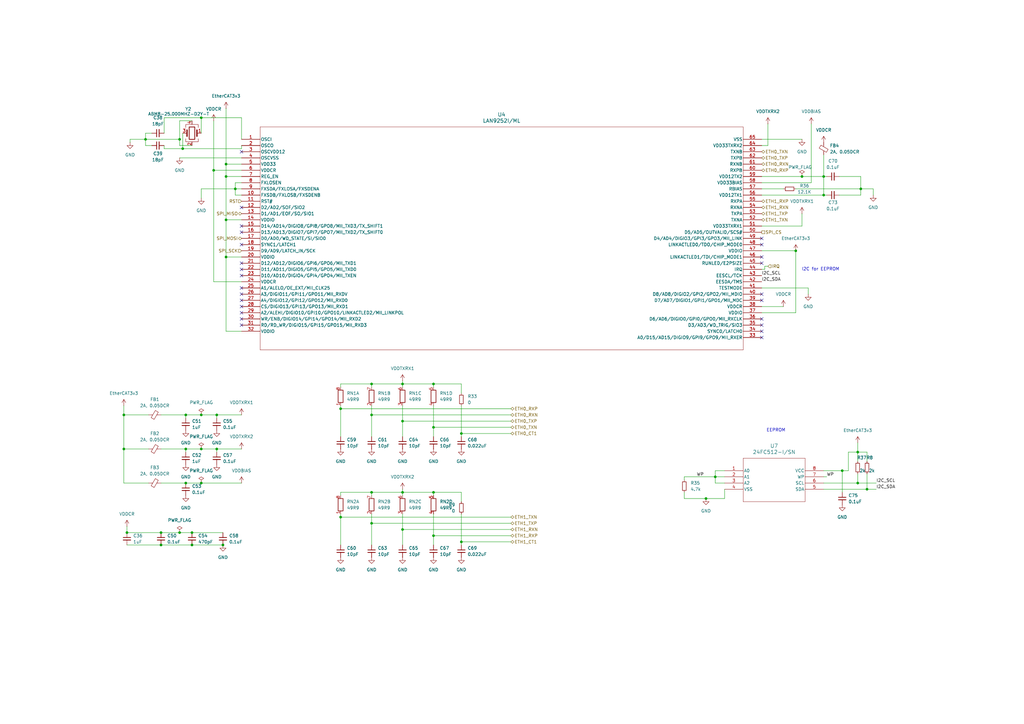
<source format=kicad_sch>
(kicad_sch (version 20231120) (generator "eeschema") (generator_version "8.0")
  (paper "A3")
  (lib_symbols
    (symbol "2024-07-01_21-03-15:LAN9252I_ML" (pin_names (offset 0.254))
      (property "Reference" "U7" (at 106.68 10.16 0))
      (property "Value" "LAN9252I/ML" (at 106.68 7.62 0))
      (symbol "LAN9252I_ML_0_1"
        (pin input line (at 0 0 0) (length 7.62) (name "OSCI") (number "1"))
        (pin input line (at 0 -22.86 0) (length 7.62) (name "FXSDB/FXLOSB/FXSDENB") (number "10"))
        (pin bidirectional line (at 0 -25.4 0) (length 7.62) (name "RST#") (number "11"))
        (pin bidirectional line (at 0 -27.94 0) (length 7.62) (name "D2/AD2/SOF/SIO2") (number "12"))
        (pin bidirectional line (at 0 -30.48 0) (length 7.62) (name "D1/AD1/EOF/SO/SIO1") (number "13"))
        (pin power_in line (at 0 -33.02 0) (length 7.62) (name "VDDIO") (number "14"))
        (pin bidirectional line (at 0 -35.56 0) (length 7.62) (name "D14/AD14/DIGIO8/GPI8/GPO8/MII_TXD3/TX_SHIFT1") (number "15"))
        (pin bidirectional line (at 0 -38.1 0) (length 7.62) (name "D13/AD13/DIGIO7/GPI7/GPO7/MII_TXD2/TX_SHIFT0") (number "16"))
        (pin bidirectional line (at 0 -40.64 0) (length 7.62) (name "D0/AD0/WD_STATE/SI/SIO0") (number "17"))
        (pin bidirectional line (at 0 -43.18 0) (length 7.62) (name "SYNC1/LATCH1") (number "18"))
        (pin bidirectional line (at 0 -45.72 0) (length 7.62) (name "D9/AD9/LATCH_IN/SCK") (number "19"))
        (pin output line (at 0 -2.54 0) (length 7.62) (name "OSCO") (number "2"))
        (pin power_in line (at 0 -48.26 0) (length 7.62) (name "VDDIO") (number "20"))
        (pin bidirectional line (at 0 -50.8 0) (length 7.62) (name "D12/AD12/DIGIO6/GPI6/GPO6/MII_TXD1") (number "21"))
        (pin bidirectional line (at 0 -53.34 0) (length 7.62) (name "D11/AD11/DIGIO5/GPI5/GPO5/MII_TXD0") (number "22"))
        (pin bidirectional line (at 0 -55.88 0) (length 7.62) (name "D10/AD10/DIGIO4/GPI4/GPO4/MII_TXEN") (number "23"))
        (pin power_in line (at 0 -58.42 0) (length 7.62) (name "VDDCR") (number "24"))
        (pin bidirectional line (at 0 -60.96 0) (length 7.62) (name "A1/ALELO/OE_EXT/MII_CLK25") (number "25"))
        (pin bidirectional line (at 0 -63.5 0) (length 7.62) (name "A3/DIGIO11/GPI11/GPO11/MII_RXDV") (number "26"))
        (pin bidirectional line (at 0 -66.04 0) (length 7.62) (name "A4/DIGIO12/GPI12/GPO12/MII_RXD0") (number "27"))
        (pin bidirectional line (at 0 -68.58 0) (length 7.62) (name "CS/DIGIO13/GPI13/GPO13/MII_RXD1") (number "28"))
        (pin bidirectional line (at 0 -71.12 0) (length 7.62) (name "A2/ALEHI/DIGIO10/GPI10/GPO10/LINKACTLED2/MII_LINKPOL") (number "29"))
        (pin power_in line (at 0 -5.08 0) (length 7.62) (name "OSCVDD12") (number "3"))
        (pin bidirectional line (at 0 -73.66 0) (length 7.62) (name "WR/ENB/DIGIO14/GPI14/GPO14/MII_RXD2") (number "30"))
        (pin bidirectional line (at 0 -76.2 0) (length 7.62) (name "RD/RD_WR/DIGIO15/GPI15/GPO15/MII_RXD3") (number "31"))
        (pin power_in line (at 0 -78.74 0) (length 7.62) (name "VDDIO") (number "32"))
        (pin bidirectional line (at 213.36 -81.28 180) (length 7.62) (name "A0/D15/AD15/DIGIO9/GPI9/GPO9/MII_RXER") (number "33"))
        (pin bidirectional line (at 213.36 -78.74 180) (length 7.62) (name "SYNC0/LATCH0") (number "34"))
        (pin bidirectional line (at 213.36 -76.2 180) (length 7.62) (name "D3/AD3/WD_TRIG/SIO3") (number "35"))
        (pin bidirectional line (at 213.36 -73.66 180) (length 7.62) (name "D6/AD6/DIGIO0/GPI0/GPO0/MII_RXCLK") (number "36"))
        (pin power_in line (at 213.36 -71.12 180) (length 7.62) (name "VDDIO") (number "37"))
        (pin power_in line (at 213.36 -68.58 180) (length 7.62) (name "VDDCR") (number "38"))
        (pin bidirectional line (at 213.36 -66.04 180) (length 7.62) (name "D7/AD7/DIGIO1/GPI1/GPO1/MII_MDC") (number "39"))
        (pin bidirectional line (at 213.36 -63.5 180) (length 7.62) (name "D8/AD8/DIGIO2/GPI2/GPO2/MII_MDIO") (number "40"))
        (pin input line (at 213.36 -60.96 180) (length 7.62) (name "TESTMODE") (number "41"))
        (pin bidirectional line (at 213.36 -58.42 180) (length 7.62) (name "EESDA/TMS") (number "42"))
        (pin bidirectional line (at 213.36 -55.88 180) (length 7.62) (name "EESCL/TCK") (number "43"))
        (pin output line (at 213.36 -53.34 180) (length 7.62) (name "IRQ") (number "44"))
        (pin bidirectional line (at 213.36 -50.8 180) (length 7.62) (name "RUNLED/E2PSIZE") (number "45"))
        (pin bidirectional line (at 213.36 -48.26 180) (length 7.62) (name "LINKACTLED1/TDI/CHIP_MODE1") (number "46"))
        (pin power_in line (at 213.36 -45.72 180) (length 7.62) (name "VDDIO") (number "47"))
        (pin bidirectional line (at 213.36 -43.18 180) (length 7.62) (name "LINKACTLED0/TDO/CHIP_MODE0") (number "48"))
        (pin bidirectional line (at 213.36 -40.64 180) (length 7.62) (name "D4/AD4/DIGIO3/GPI3/GPO3/MII_LINK") (number "49"))
        (pin power_in line (at 0 -10.16 0) (length 7.62) (name "VDD33") (number "5"))
        (pin bidirectional line (at 213.36 -38.1 180) (length 7.62) (name "D5/AD5/OUTVALID/SCS#") (number "50"))
        (pin power_in line (at 213.36 -35.56 180) (length 7.62) (name "VDD33TXRX1") (number "51"))
        (pin power_in line (at 213.36 -22.86 180) (length 7.62) (name "VDD12TX1") (number "56"))
        (pin power_in line (at 213.36 -17.78 180) (length 7.62) (name "VDD33BIAS") (number "58"))
        (pin power_in line (at 213.36 -15.24 180) (length 7.62) (name "VDD12TX2") (number "59"))
        (pin power_in line (at 0 -12.7 0) (length 7.62) (name "VDDCR") (number "6"))
        (pin power_in line (at 213.36 -2.54 180) (length 7.62) (name "VDD33TXRX2") (number "64"))
        (pin input line (at 0 -20.32 0) (length 7.62) (name "FXSDA/FXLOSA/FXSDENA") (number "9"))
      )
      (symbol "LAN9252I_ML_1_1"
        (pin passive line (at 0 -7.62 0) (length 7.62) (name "OSCVSS") (number "4"))
        (pin bidirectional line (at 213.36 -33.02 180) (length 7.62) (name "TXNA") (number "52"))
        (pin bidirectional line (at 213.36 -30.48 180) (length 7.62) (name "TXPA") (number "53"))
        (pin bidirectional line (at 213.36 -27.94 180) (length 7.62) (name "RXNA") (number "54"))
        (pin bidirectional line (at 213.36 -25.4 180) (length 7.62) (name "RXPA") (number "55"))
        (pin passive line (at 213.36 -20.32 180) (length 7.62) (name "RBIAS") (number "57"))
        (pin bidirectional line (at 213.36 -12.7 180) (length 7.62) (name "RXPB") (number "60"))
        (pin bidirectional line (at 213.36 -10.16 180) (length 7.62) (name "RXNB") (number "61"))
        (pin bidirectional line (at 213.36 -7.62 180) (length 7.62) (name "TXPB") (number "62"))
        (pin bidirectional line (at 213.36 -5.08 180) (length 7.62) (name "TXNB") (number "63"))
        (pin passive line (at 213.36 0 180) (length 7.62) (name "VSS") (number "65"))
        (pin passive line (at 0 -15.24 0) (length 7.62) (name "REG_EN") (number "7"))
        (pin passive line (at 0 -17.78 0) (length 7.62) (name "FXLOSEN") (number "8"))
      )
    )
    (symbol "2024-07-03_18-39-37:24FC512-I_SN" (pin_names (offset 0.254))
      (property "Reference" "U" (at 20.32 10.16 0))
      (property "Value" "24FC512-I/SN" (at 20.32 7.62 0))
      (symbol "24FC512-I_SN_0_1"
        (pin input line (at 0 0 0) (length 7.62) (name "A0") (number "1"))
        (pin input line (at 0 -2.54 0) (length 7.62) (name "A1") (number "2"))
        (pin input line (at 0 -5.08 0) (length 7.62) (name "A2") (number "3"))
        (pin power_in line (at 0 -7.62 0) (length 7.62) (name "VSS") (number "4"))
        (pin bidirectional line (at 40.64 -7.62 180) (length 7.62) (name "SDA") (number "5"))
        (pin input line (at 40.64 -5.08 180) (length 7.62) (name "SCL") (number "6"))
        (pin input line (at 40.64 -2.54 180) (length 7.62) (name "WP") (number "7"))
        (pin power_in line (at 40.64 0 180) (length 7.62) (name "VCC") (number "8"))
      )
    )
    (symbol "Device:C_Small" (pin_numbers hide) (pin_names (offset 0.254) hide)
      (property "Reference" "C" (at 0.254 1.778 0))
      (property "Value" "C_Small" (at 0.254 -2.032 0))
      (symbol "C_Small_1_1"
        (pin passive line (at 0 2.54 270) (length 2.032) (name "~") (number "1"))
        (pin passive line (at 0 -2.54 90) (length 2.032) (name "~") (number "2"))
      )
    )
    (symbol "Device:Crystal_GND24" (pin_names (offset 1.016) hide)
      (property "Reference" "Y" (at 3.175 5.08 0))
      (property "Value" "Crystal_GND24" (at 3.175 3.175 0))
      (symbol "Crystal_GND24_1_1"
        (pin passive line (at -3.81 0 0) (length 1.27) (name "1") (number "1"))
        (pin passive line (at 0 5.08 270) (length 1.27) (name "2") (number "2"))
        (pin passive line (at 3.81 0 180) (length 1.27) (name "3") (number "3"))
        (pin passive line (at 0 -5.08 90) (length 1.27) (name "4") (number "4"))
      )
    )
    (symbol "Device:FerriteBead_Small" (pin_numbers hide) (pin_names (offset 0))
      (property "Reference" "FB" (at 1.905 1.27 0))
      (property "Value" "FerriteBead_Small" (at 1.905 -1.27 0))
      (symbol "FerriteBead_Small_1_1"
        (pin passive line (at 0 2.54 270) (length 1.27) (name "~") (number "1"))
        (pin passive line (at 0 -2.54 90) (length 1.27) (name "~") (number "2"))
      )
    )
    (symbol "Device:R_Pack04_Split" (pin_names (offset 0) hide)
      (property "Reference" "RN" (at 2.032 0 90))
      (property "Value" "R_Pack04_Split" (at 0 0 90))
      (symbol "R_Pack04_Split_1_1"
        (pin passive line (at 0 -3.81 90) (length 1.27) (name "R1.1") (number "1"))
        (pin passive line (at 0 3.81 270) (length 1.27) (name "R1.2") (number "8"))
      )
      (symbol "R_Pack04_Split_2_1"
        (pin passive line (at 0 -3.81 90) (length 1.27) (name "R2.1") (number "2"))
        (pin passive line (at 0 3.81 270) (length 1.27) (name "R2.2") (number "7"))
      )
      (symbol "R_Pack04_Split_3_1"
        (pin passive line (at 0 -3.81 90) (length 1.27) (name "R3.1") (number "3"))
        (pin passive line (at 0 3.81 270) (length 1.27) (name "R3.2") (number "6"))
      )
      (symbol "R_Pack04_Split_4_1"
        (pin passive line (at 0 -3.81 90) (length 1.27) (name "R4.1") (number "4"))
        (pin passive line (at 0 3.81 270) (length 1.27) (name "R4.2") (number "5"))
      )
    )
    (symbol "Device:R_Small" (pin_numbers hide) (pin_names (offset 0.254) hide)
      (property "Reference" "R" (at 0.762 0.508 0))
      (property "Value" "R_Small" (at 0.762 -1.016 0))
      (symbol "R_Small_1_1"
        (pin passive line (at 0 2.54 270) (length 0.762) (name "~") (number "1"))
        (pin passive line (at 0 -2.54 90) (length 0.762) (name "~") (number "2"))
      )
    )
    (symbol "power:+3.3V" (power) (pin_numbers hide) (pin_names (offset 0) hide)
      (property "Value" "+3.3V" (at 0 3.556 0))
      (symbol "+3.3V_1_1"
        (pin power_in line (at 0 0 90) (length 0) (name "~") (number "1"))
      )
    )
    (symbol "power:GND" (power) (pin_numbers hide) (pin_names (offset 0) hide)
      (property "Value" "GND" (at 0 -3.81 0))
      (symbol "GND_1_1"
        (pin power_in line (at 0 0 270) (length 0) (name "~") (number "1"))
      )
    )
    (symbol "power:PWR_FLAG" (power) (pin_numbers hide) (pin_names (offset 0) hide)
      (property "Value" "PWR_FLAG" (at 0 3.81 0))
      (symbol "PWR_FLAG_0_0"
        (pin power_out line (at 0 0 90) (length 0) (name "~") (number "1"))
      )
    )
  )
  (junction (at 52.07 218.44))
  (junction (at 92.71 105.41))
  (junction (at 152.4 214.63))
  (junction (at 76.2 170.18))
  (junction (at 165.1 157.48))
  (junction (at 177.8 219.71))
  (junction (at 82.55 170.18))
  (junction (at 82.55 184.15))
  (junction (at 82.55 48.26))
  (junction (at 177.8 157.48))
  (junction (at 92.71 72.39))
  (junction (at 351.79 198.12))
  (junction (at 88.9 184.15))
  (junction (at 92.71 90.17))
  (junction (at 328.93 72.39))
  (junction (at 353.06 77.47))
  (junction (at 66.04 223.52))
  (junction (at 337.82 80.01))
  (junction (at 355.6 200.66))
  (junction (at 293.37 195.58))
  (junction (at 73.66 218.44))
  (junction (at 152.4 170.18))
  (junction (at 177.8 175.26))
  (junction (at 87.63 69.85))
  (junction (at 152.4 201.93))
  (junction (at 139.7 212.09))
  (junction (at 74.93 60.96))
  (junction (at 73.66 57.15))
  (junction (at 76.2 198.12))
  (junction (at 351.79 185.42))
  (junction (at 82.55 198.12))
  (junction (at 177.8 201.93))
  (junction (at 88.9 170.18))
  (junction (at 139.7 167.64))
  (junction (at 189.23 177.8))
  (junction (at 165.1 201.93))
  (junction (at 345.44 193.04))
  (junction (at 76.2 184.15))
  (junction (at 66.04 218.44))
  (junction (at 92.71 67.31))
  (junction (at 91.44 223.52))
  (junction (at 152.4 157.48))
  (junction (at 326.39 102.87))
  (junction (at 78.74 218.44))
  (junction (at 50.8 184.15))
  (junction (at 337.82 72.39))
  (junction (at 165.1 172.72))
  (junction (at 165.1 217.17))
  (junction (at 59.69 57.15))
  (junction (at 78.74 223.52))
  (junction (at 96.52 77.47))
  (junction (at 50.8 170.18))
  (junction (at 189.23 222.25))
  (junction (at 289.56 204.47))
  (no_connect (at 99.06 62.23))
  (no_connect (at 99.06 133.35))
  (no_connect (at 312.42 105.41))
  (no_connect (at 99.06 125.73))
  (no_connect (at 99.06 85.09))
  (no_connect (at 312.42 107.95))
  (no_connect (at 99.06 110.49))
  (no_connect (at 312.42 100.33))
  (no_connect (at 312.42 130.81))
  (no_connect (at 99.06 100.33))
  (no_connect (at 312.42 133.35))
  (no_connect (at 99.06 130.81))
  (no_connect (at 312.42 135.89))
  (no_connect (at 312.42 138.43))
  (no_connect (at 312.42 120.65))
  (no_connect (at 99.06 95.25))
  (no_connect (at 99.06 128.27))
  (no_connect (at 99.06 118.11))
  (no_connect (at 99.06 107.95))
  (no_connect (at 312.42 97.79))
  (no_connect (at 312.42 123.19))
  (no_connect (at 99.06 92.71))
  (no_connect (at 99.06 113.03))
  (no_connect (at 99.06 120.65))
  (no_connect (at 99.06 123.19))
  (wire (pts (xy 326.39 128.27) (xy 326.39 102.87)))
  (wire (pts (xy 82.55 170.18) (xy 88.9 170.18)))
  (wire (pts (xy 351.79 185.42) (xy 351.79 189.23)))
  (wire (pts (xy 99.06 135.89) (xy 92.71 135.89)))
  (wire (pts (xy 66.04 223.52) (xy 78.74 223.52)))
  (wire (pts (xy 293.37 195.58) (xy 297.18 195.58)))
  (wire (pts (xy 152.4 214.63) (xy 152.4 223.52)))
  (wire (pts (xy 139.7 167.64) (xy 139.7 179.07)))
  (wire (pts (xy 280.67 196.85) (xy 280.67 195.58)))
  (wire (pts (xy 314.96 50.8) (xy 314.96 59.69)))
  (wire (pts (xy 177.8 210.82) (xy 177.8 219.71)))
  (wire (pts (xy 66.04 198.12) (xy 76.2 198.12)))
  (wire (pts (xy 67.31 48.26) (xy 82.55 48.26)))
  (wire (pts (xy 50.8 166.37) (xy 50.8 170.18)))
  (wire (pts (xy 87.63 69.85) (xy 99.06 69.85)))
  (wire (pts (xy 314.96 109.22) (xy 313.69 109.22)))
  (wire (pts (xy 165.1 200.66) (xy 165.1 201.93)))
  (wire (pts (xy 67.31 60.96) (xy 67.31 59.69)))
  (wire (pts (xy 177.8 201.93) (xy 177.8 203.2)))
  (wire (pts (xy 189.23 177.8) (xy 189.23 179.07)))
  (wire (pts (xy 165.1 201.93) (xy 165.1 203.2)))
  (wire (pts (xy 139.7 212.09) (xy 209.55 212.09)))
  (wire (pts (xy 331.47 118.11) (xy 331.47 120.65)))
  (wire (pts (xy 76.2 198.12) (xy 82.55 198.12)))
  (wire (pts (xy 351.79 185.42) (xy 355.6 185.42)))
  (wire (pts (xy 139.7 210.82) (xy 139.7 212.09)))
  (wire (pts (xy 312.42 102.87) (xy 326.39 102.87)))
  (wire (pts (xy 78.74 218.44) (xy 91.44 218.44)))
  (wire (pts (xy 50.8 170.18) (xy 60.96 170.18)))
  (wire (pts (xy 177.8 166.37) (xy 177.8 175.26)))
  (wire (pts (xy 59.69 54.61) (xy 59.69 57.15)))
  (wire (pts (xy 88.9 184.15) (xy 99.06 184.15)))
  (wire (pts (xy 280.67 195.58) (xy 293.37 195.58)))
  (wire (pts (xy 139.7 167.64) (xy 209.55 167.64)))
  (wire (pts (xy 353.06 72.39) (xy 353.06 77.47)))
  (wire (pts (xy 312.42 118.11) (xy 331.47 118.11)))
  (wire (pts (xy 96.52 77.47) (xy 96.52 80.01)))
  (wire (pts (xy 337.82 72.39) (xy 337.82 80.01)))
  (wire (pts (xy 345.44 193.04) (xy 345.44 201.93)))
  (wire (pts (xy 96.52 77.47) (xy 82.55 77.47)))
  (wire (pts (xy 62.23 54.61) (xy 59.69 54.61)))
  (wire (pts (xy 52.07 215.9) (xy 52.07 218.44)))
  (wire (pts (xy 353.06 77.47) (xy 358.14 77.47)))
  (wire (pts (xy 152.4 214.63) (xy 209.55 214.63)))
  (wire (pts (xy 88.9 170.18) (xy 88.9 171.45)))
  (wire (pts (xy 189.23 222.25) (xy 189.23 223.52)))
  (wire (pts (xy 337.82 198.12) (xy 351.79 198.12)))
  (wire (pts (xy 59.69 57.15) (xy 53.34 57.15)))
  (wire (pts (xy 312.42 57.15) (xy 328.93 57.15)))
  (wire (pts (xy 177.8 175.26) (xy 177.8 179.07)))
  (wire (pts (xy 92.71 90.17) (xy 99.06 90.17)))
  (wire (pts (xy 152.4 157.48) (xy 165.1 157.48)))
  (wire (pts (xy 74.93 54.61) (xy 74.93 60.96)))
  (wire (pts (xy 139.7 158.75) (xy 139.7 157.48)))
  (wire (pts (xy 82.55 184.15) (xy 88.9 184.15)))
  (wire (pts (xy 189.23 157.48) (xy 189.23 161.29)))
  (wire (pts (xy 82.55 48.26) (xy 82.55 54.61)))
  (wire (pts (xy 351.79 194.31) (xy 351.79 198.12)))
  (wire (pts (xy 82.55 77.47) (xy 82.55 81.28)))
  (wire (pts (xy 139.7 201.93) (xy 152.4 201.93)))
  (wire (pts (xy 88.9 184.15) (xy 88.9 185.42)))
  (wire (pts (xy 73.66 218.44) (xy 78.74 218.44)))
  (wire (pts (xy 326.39 77.47) (xy 353.06 77.47)))
  (wire (pts (xy 59.69 57.15) (xy 73.66 57.15)))
  (wire (pts (xy 355.6 200.66) (xy 359.41 200.66)))
  (wire (pts (xy 139.7 203.2) (xy 139.7 201.93)))
  (wire (pts (xy 59.69 59.69) (xy 62.23 59.69)))
  (wire (pts (xy 293.37 193.04) (xy 297.18 193.04)))
  (wire (pts (xy 165.1 172.72) (xy 165.1 179.07)))
  (wire (pts (xy 139.7 166.37) (xy 139.7 167.64)))
  (wire (pts (xy 82.55 48.26) (xy 99.06 48.26)))
  (wire (pts (xy 353.06 77.47) (xy 353.06 80.01)))
  (wire (pts (xy 165.1 157.48) (xy 177.8 157.48)))
  (wire (pts (xy 87.63 115.57) (xy 87.63 69.85)))
  (wire (pts (xy 345.44 193.04) (xy 347.98 193.04)))
  (wire (pts (xy 353.06 80.01) (xy 344.17 80.01)))
  (wire (pts (xy 177.8 175.26) (xy 209.55 175.26)))
  (wire (pts (xy 92.71 44.45) (xy 92.71 67.31)))
  (wire (pts (xy 82.55 198.12) (xy 99.06 198.12)))
  (wire (pts (xy 297.18 198.12) (xy 293.37 198.12)))
  (wire (pts (xy 189.23 222.25) (xy 209.55 222.25)))
  (wire (pts (xy 87.63 49.53) (xy 87.63 69.85)))
  (wire (pts (xy 339.09 195.58) (xy 337.82 195.58)))
  (wire (pts (xy 328.93 72.39) (xy 337.82 72.39)))
  (wire (pts (xy 337.82 72.39) (xy 339.09 72.39)))
  (wire (pts (xy 53.34 57.15) (xy 53.34 58.42)))
  (wire (pts (xy 312.42 59.69) (xy 314.96 59.69)))
  (wire (pts (xy 92.71 72.39) (xy 92.71 67.31)))
  (wire (pts (xy 337.82 63.5) (xy 337.82 72.39)))
  (wire (pts (xy 152.4 170.18) (xy 152.4 179.07)))
  (wire (pts (xy 76.2 184.15) (xy 82.55 184.15)))
  (wire (pts (xy 165.1 210.82) (xy 165.1 217.17)))
  (wire (pts (xy 351.79 198.12) (xy 359.41 198.12)))
  (wire (pts (xy 50.8 184.15) (xy 60.96 184.15)))
  (wire (pts (xy 99.06 48.26) (xy 99.06 57.15)))
  (wire (pts (xy 73.66 59.69) (xy 73.66 57.15)))
  (wire (pts (xy 177.8 201.93) (xy 189.23 201.93)))
  (wire (pts (xy 88.9 170.18) (xy 99.06 170.18)))
  (wire (pts (xy 66.04 218.44) (xy 73.66 218.44)))
  (wire (pts (xy 347.98 185.42) (xy 351.79 185.42)))
  (wire (pts (xy 50.8 170.18) (xy 50.8 184.15)))
  (wire (pts (xy 152.4 210.82) (xy 152.4 214.63)))
  (wire (pts (xy 312.42 128.27) (xy 326.39 128.27)))
  (wire (pts (xy 96.52 77.47) (xy 99.06 77.47)))
  (wire (pts (xy 355.6 185.42) (xy 355.6 189.23)))
  (wire (pts (xy 165.1 201.93) (xy 177.8 201.93)))
  (wire (pts (xy 337.82 193.04) (xy 345.44 193.04)))
  (wire (pts (xy 152.4 201.93) (xy 152.4 203.2)))
  (wire (pts (xy 99.06 105.41) (xy 92.71 105.41)))
  (wire (pts (xy 337.82 200.66) (xy 355.6 200.66)))
  (wire (pts (xy 280.67 204.47) (xy 280.67 201.93)))
  (wire (pts (xy 293.37 195.58) (xy 293.37 193.04)))
  (wire (pts (xy 67.31 48.26) (xy 67.31 54.61)))
  (wire (pts (xy 355.6 194.31) (xy 355.6 200.66)))
  (wire (pts (xy 165.1 166.37) (xy 165.1 172.72)))
  (wire (pts (xy 152.4 170.18) (xy 209.55 170.18)))
  (wire (pts (xy 177.8 157.48) (xy 189.23 157.48)))
  (wire (pts (xy 73.66 64.77) (xy 99.06 64.77)))
  (wire (pts (xy 177.8 219.71) (xy 209.55 219.71)))
  (wire (pts (xy 189.23 177.8) (xy 209.55 177.8)))
  (wire (pts (xy 177.8 219.71) (xy 177.8 223.52)))
  (wire (pts (xy 152.4 157.48) (xy 152.4 158.75)))
  (wire (pts (xy 99.06 60.96) (xy 99.06 59.69)))
  (wire (pts (xy 344.17 72.39) (xy 353.06 72.39)))
  (wire (pts (xy 50.8 184.15) (xy 50.8 198.12)))
  (wire (pts (xy 50.8 198.12) (xy 60.96 198.12)))
  (wire (pts (xy 312.42 74.93) (xy 332.74 74.93)))
  (wire (pts (xy 76.2 184.15) (xy 76.2 185.42)))
  (wire (pts (xy 189.23 201.93) (xy 189.23 205.74)))
  (wire (pts (xy 76.2 170.18) (xy 76.2 171.45)))
  (wire (pts (xy 66.04 170.18) (xy 76.2 170.18)))
  (wire (pts (xy 297.18 200.66) (xy 297.18 204.47)))
  (wire (pts (xy 165.1 217.17) (xy 165.1 223.52)))
  (wire (pts (xy 52.07 218.44) (xy 66.04 218.44)))
  (wire (pts (xy 152.4 166.37) (xy 152.4 170.18)))
  (wire (pts (xy 312.42 80.01) (xy 337.82 80.01)))
  (wire (pts (xy 312.42 125.73) (xy 321.31 125.73)))
  (wire (pts (xy 67.31 60.96) (xy 74.93 60.96)))
  (wire (pts (xy 59.69 57.15) (xy 59.69 59.69)))
  (wire (pts (xy 289.56 204.47) (xy 280.67 204.47)))
  (wire (pts (xy 347.98 185.42) (xy 347.98 193.04)))
  (wire (pts (xy 78.74 59.69) (xy 73.66 59.69)))
  (wire (pts (xy 332.74 50.8) (xy 332.74 74.93)))
  (wire (pts (xy 358.14 77.47) (xy 358.14 80.01)))
  (wire (pts (xy 78.74 223.52) (xy 91.44 223.52)))
  (wire (pts (xy 165.1 172.72) (xy 209.55 172.72)))
  (wire (pts (xy 96.52 80.01) (xy 99.06 80.01)))
  (wire (pts (xy 189.23 210.82) (xy 189.23 222.25)))
  (wire (pts (xy 92.71 72.39) (xy 92.71 90.17)))
  (wire (pts (xy 312.42 92.71) (xy 328.93 92.71)))
  (wire (pts (xy 92.71 135.89) (xy 92.71 105.41)))
  (wire (pts (xy 293.37 198.12) (xy 293.37 195.58)))
  (wire (pts (xy 92.71 67.31) (xy 99.06 67.31)))
  (wire (pts (xy 99.06 72.39) (xy 92.71 72.39)))
  (wire (pts (xy 99.06 115.57) (xy 87.63 115.57)))
  (wire (pts (xy 165.1 157.48) (xy 165.1 158.75)))
  (wire (pts (xy 152.4 201.93) (xy 165.1 201.93)))
  (wire (pts (xy 312.42 72.39) (xy 328.93 72.39)))
  (wire (pts (xy 74.93 60.96) (xy 99.06 60.96)))
  (wire (pts (xy 312.42 77.47) (xy 321.31 77.47)))
  (wire (pts (xy 189.23 166.37) (xy 189.23 177.8)))
  (wire (pts (xy 177.8 157.48) (xy 177.8 158.75)))
  (wire (pts (xy 78.74 49.53) (xy 73.66 49.53)))
  (wire (pts (xy 313.69 110.49) (xy 312.42 110.49)))
  (wire (pts (xy 351.79 181.61) (xy 351.79 185.42)))
  (wire (pts (xy 66.04 184.15) (xy 76.2 184.15)))
  (wire (pts (xy 76.2 170.18) (xy 82.55 170.18)))
  (wire (pts (xy 313.69 109.22) (xy 313.69 110.49)))
  (wire (pts (xy 139.7 157.48) (xy 152.4 157.48)))
  (wire (pts (xy 337.82 80.01) (xy 339.09 80.01)))
  (wire (pts (xy 99.06 74.93) (xy 96.52 74.93)))
  (wire (pts (xy 92.71 105.41) (xy 92.71 90.17)))
  (wire (pts (xy 165.1 217.17) (xy 209.55 217.17)))
  (wire (pts (xy 297.18 204.47) (xy 289.56 204.47)))
  (wire (pts (xy 73.66 49.53) (xy 73.66 57.15)))
  (wire (pts (xy 139.7 212.09) (xy 139.7 223.52)))
  (wire (pts (xy 165.1 156.21) (xy 165.1 157.48)))
  (wire (pts (xy 52.07 223.52) (xy 66.04 223.52)))
  (wire (pts (xy 328.93 87.63) (xy 328.93 92.71)))
  (wire (pts (xy 96.52 74.93) (xy 96.52 77.47)))
  (text "EEPROM\n" (at 318.262 176.53 0) (effects (font (size 1.27 1.27))))
  (text "I2C for EEPROM" (at 336.55 110.49 0) (effects (font (size 1.27 1.27))))
  (label "I2C_SCL" (at 312.42 113.03 0))
  (label "WP" (at 285.75 195.58 0))
  (label "I2C_SDA" (at 312.42 115.57 0))
  (label "I2C_SDA" (at 359.41 200.66 0))
  (label "WP" (at 339.09 195.58 0))
  (label "I2C_SCL" (at 359.41 198.12 0))
  (hierarchical_label "ETH1_CT1" (shape bidirectional) (at 209.55 222.25 0))
  (hierarchical_label "ETH0_TXP" (shape bidirectional) (at 312.42 64.77 0))
  (hierarchical_label "ETH0_RXN" (shape bidirectional) (at 312.42 67.31 0))
  (hierarchical_label "ETH0_RXP" (shape bidirectional) (at 312.42 69.85 0))
  (hierarchical_label "SPI_MOSI" (shape bidirectional) (at 99.06 97.79 180))
  (hierarchical_label "ETH0_TXN" (shape bidirectional) (at 209.55 175.26 0))
  (hierarchical_label "ETH0_TXP" (shape bidirectional) (at 209.55 172.72 0))
  (hierarchical_label "ETH1_RXP" (shape bidirectional) (at 209.55 219.71 0))
  (hierarchical_label "SPI_MISO" (shape bidirectional) (at 99.06 87.63 180))
  (hierarchical_label "ETH0_TXN" (shape bidirectional) (at 312.42 62.23 0))
  (hierarchical_label "ETH1_RXP" (shape bidirectional) (at 312.42 82.55 0))
  (hierarchical_label "ETH1_TXN" (shape bidirectional) (at 312.42 90.17 0))
  (hierarchical_label "ETH1_RXN" (shape bidirectional) (at 312.42 85.09 0))
  (hierarchical_label "ETH1_TXP" (shape bidirectional) (at 312.42 87.63 0))
  (hierarchical_label "ETH0_CT1" (shape bidirectional) (at 209.55 177.8 0))
  (hierarchical_label "ETH1_RXN" (shape bidirectional) (at 209.55 217.17 0))
  (hierarchical_label "IRQ" (shape input) (at 314.96 109.22 0))
  (hierarchical_label "RST" (shape input) (at 99.06 82.55 180))
  (hierarchical_label "ETH1_TXP" (shape bidirectional) (at 209.55 214.63 0))
  (hierarchical_label "ETH1_TXN" (shape bidirectional) (at 209.55 212.09 0))
  (hierarchical_label "ETH0_RXN" (shape bidirectional) (at 209.55 170.18 0))
  (hierarchical_label "ETH0_RXP" (shape bidirectional) (at 209.55 167.64 0))
  (hierarchical_label "SPI_CS" (shape passive) (at 312.42 95.25 0))
  (hierarchical_label "SPI_SCK" (shape input) (at 99.06 102.87 180))
  (symbol (lib_id "power:GND") (at 91.44 223.52 0) (unit 1)
    (property "Reference" "#PWR065" (effects (hide yes)))
    (property "Value" "GND" (at 91.44 228.6 0))
    (property "Description" "Power symbol creates a global label with name \"GND\" , ground" (effects (hide yes)))
  )
  (symbol (lib_id "Device:R_Small") (at 189.23 163.83 0) (unit 1)
    (property "Reference" "R33" (at 191.77 162.5599 0) (effects (justify left)))
    (property "Value" "0" (at 191.77 165.0999 0) (effects (justify left)))
    (property "Footprint" "Resistor_SMD:R_0402_1005Metric" (effects (hide yes)))
    (property "Description" "Resistor, small symbol" (effects (hide yes)))
    (property "LCSC Part #" "C106231" (effects (hide yes)))
  )
  (symbol (lib_id "power:GND") (at 177.8 228.6 0) (unit 1)
    (property "Reference" "#PWR084" (effects (hide yes)))
    (property "Value" "GND" (at 177.8 233.68 0))
    (property "Description" "Power symbol creates a global label with name \"GND\" , ground" (effects (hide yes)))
  )
  (symbol (lib_id "power:GND") (at 177.8 184.15 0) (unit 1)
    (property "Reference" "#PWR083" (effects (hide yes)))
    (property "Value" "GND" (at 177.8 189.23 0))
    (property "Description" "Power symbol creates a global label with name \"GND\" , ground" (effects (hide yes)))
  )
  (symbol (lib_id "power:GND") (at 76.2 176.53 0) (unit 1)
    (property "Reference" "#PWR042" (effects (hide yes)))
    (property "Value" "GND" (at 76.2 181.61 0))
    (property "Description" "Power symbol creates a global label with name \"GND\" , ground" (effects (hide yes)))
  )
  (symbol (lib_id "power:GND") (at 88.9 176.53 0) (unit 1)
    (property "Reference" "#PWR063" (effects (hide yes)))
    (property "Value" "GND" (at 88.9 181.61 0))
    (property "Description" "Power symbol creates a global label with name \"GND\" , ground" (effects (hide yes)))
  )
  (symbol (lib_id "Device:C_Small") (at 189.23 181.61 0) (unit 1)
    (property "Reference" "C68" (at 191.77 180.3462 0) (effects (justify left)))
    (property "Value" "0.022uF" (at 191.77 182.8862 0) (effects (justify left)))
    (property "Footprint" "Capacitor_SMD:C_0402_1005Metric" (effects (hide yes)))
    (property "Description" "Unpolarized capacitor, small symbol" (effects (hide yes)))
    (property "LCSC Part #" "C147616" (effects (hide yes)))
  )
  (symbol (lib_id "power:GND") (at 189.23 228.6 0) (unit 1)
    (property "Reference" "#PWR086" (effects (hide yes)))
    (property "Value" "GND" (at 189.23 233.68 0))
    (property "Description" "Power symbol creates a global label with name \"GND\" , ground" (effects (hide yes)))
  )
  (symbol (lib_id "Device:C_Small") (at 76.2 173.99 0) (unit 1)
    (property "Reference" "C51" (at 78.74 172.7262 0) (effects (justify left)))
    (property "Value" "1uF" (at 78.74 175.2662 0) (effects (justify left)))
    (property "Footprint" "Capacitor_SMD:C_0603_1608Metric" (effects (hide yes)))
    (property "Description" "Unpolarized capacitor, small symbol" (effects (hide yes)))
    (property "LCSC Part #" " C106858" (effects (hide yes)))
  )
  (symbol (lib_id "power:+3.3V") (at 87.63 49.53 0) (unit 1)
    (property "Reference" "#PWR062" (effects (hide yes)))
    (property "Value" "VDDCR" (at 87.63 44.704 0))
    (property "Description" "Power symbol creates a global label with name \"+3.3V\"" (effects (hide yes)))
  )
  (symbol (lib_id "power:GND") (at 139.7 184.15 0) (unit 1)
    (property "Reference" "#PWR072" (effects (hide yes)))
    (property "Value" "GND" (at 139.7 189.23 0))
    (property "Description" "Power symbol creates a global label with name \"GND\" , ground" (effects (hide yes)))
  )
  (symbol (lib_id "power:+3.3V") (at 328.93 87.63 0) (unit 1)
    (property "Reference" "#PWR092" (effects (hide yes)))
    (property "Value" "VDDTXRX1" (at 328.93 82.55 0))
    (property "Description" "Power symbol creates a global label with name \"+3.3V\"" (effects (hide yes)))
  )
  (symbol (lib_id "Device:C_Small") (at 139.7 226.06 0) (unit 1)
    (property "Reference" "C60" (at 142.24 224.7962 0) (effects (justify left)))
    (property "Value" "10pF" (at 142.24 227.3362 0) (effects (justify left)))
    (property "Footprint" "Capacitor_SMD:C_0402_1005Metric" (effects (hide yes)))
    (property "Description" "Unpolarized capacitor, small symbol" (effects (hide yes)))
    (property "LCSC Part #" "C115606" (effects (hide yes)))
  )
  (symbol (lib_id "power:GND") (at 345.44 207.01 0) (unit 1)
    (property "Reference" "#PWR096" (effects (hide yes)))
    (property "Value" "GND" (at 345.44 212.09 0))
    (property "Description" "Power symbol creates a global label with name \"GND\" , ground" (effects (hide yes)))
  )
  (symbol (lib_id "Device:C_Small") (at 64.77 54.61 90) (unit 1)
    (property "Reference" "C38" (at 64.7763 48.26 90))
    (property "Value" "18pF" (at 64.7763 50.8 90))
    (property "Footprint" "Capacitor_SMD:C_0402_1005Metric" (effects (hide yes)))
    (property "Description" "Unpolarized capacitor, small symbol" (effects (hide yes)))
    (property "LCSC Part #" "C76701" (effects (hide yes)))
  )
  (symbol (lib_id "Device:C_Small") (at 341.63 72.39 90) (unit 1)
    (property "Reference" "C70" (at 341.6363 66.04 90))
    (property "Value" "0.1uF" (at 341.6363 68.58 90))
    (property "Footprint" "Capacitor_SMD:C_0603_1608Metric" (effects (hide yes)))
    (property "Description" "Unpolarized capacitor, small symbol" (effects (hide yes)))
    (property "LCSC Part #" "C77055" (effects (hide yes)))
  )
  (symbol (lib_id "Device:C_Small") (at 165.1 226.06 0) (unit 1)
    (property "Reference" "C65" (at 167.64 224.7962 0) (effects (justify left)))
    (property "Value" "10pF" (at 167.64 227.3362 0) (effects (justify left)))
    (property "Footprint" "Capacitor_SMD:C_0402_1005Metric" (effects (hide yes)))
    (property "Description" "Unpolarized capacitor, small symbol" (effects (hide yes)))
    (property "LCSC Part #" "C115606" (effects (hide yes)))
  )
  (symbol (lib_id "power:GND") (at 289.56 204.47 0) (unit 1)
    (property "Reference" "#PWR087" (effects (hide yes)))
    (property "Value" "GND" (at 289.56 209.55 0))
    (property "Description" "Power symbol creates a global label with name \"GND\" , ground" (effects (hide yes)))
  )
  (symbol (lib_id "Device:C_Small") (at 139.7 181.61 0) (unit 1)
    (property "Reference" "C59" (at 142.24 180.3462 0) (effects (justify left)))
    (property "Value" "10pF" (at 142.24 182.8862 0) (effects (justify left)))
    (property "Footprint" "Capacitor_SMD:C_0402_1005Metric" (effects (hide yes)))
    (property "Description" "Unpolarized capacitor, small symbol" (effects (hide yes)))
    (property "LCSC Part #" "C115606" (effects (hide yes)))
  )
  (symbol (lib_id "power:+3.3V") (at 326.39 102.87 0) (unit 1)
    (property "Reference" "#PWR090" (effects (hide yes)))
    (property "Value" "EtherCAT3v3" (at 326.39 97.79 0))
    (property "Description" "Power symbol creates a global label with name \"+3.3V\"" (effects (hide yes)))
  )
  (symbol (lib_id "Device:FerriteBead_Small") (at 63.5 170.18 90) (unit 1)
    (property "Reference" "FB1" (at 63.4619 163.83 90))
    (property "Value" "2A, 0.05DCR" (at 63.4619 166.37 90))
    (property "Footprint" "Inductor_SMD:L_1206_3216Metric" (effects (hide yes)))
    (property "Description" "Ferrite bead, small symbol" (effects (hide yes)))
    (property "LCSC Part #" "C380287" (effects (hide yes)))
  )
  (symbol (lib_id "power:GND") (at 73.66 64.77 0) (unit 1)
    (property "Reference" "#PWR041" (effects (hide yes)))
    (property "Value" "GND" (at 73.66 69.85 0))
    (property "Description" "Power symbol creates a global label with name \"GND\" , ground" (effects (hide yes)))
  )
  (symbol (lib_id "power:PWR_FLAG") (at 328.93 72.39 0) (unit 1)
    (property "Reference" "#FLG08" (effects (hide yes)))
    (property "Value" "PWR_FLAG" (at 328.168 68.58 0))
    (property "Description" "Special symbol for telling ERC where power comes from" (effects (hide yes)))
  )
  (symbol (lib_id "power:GND") (at 82.55 81.28 0) (unit 1)
    (property "Reference" "#PWR055" (effects (hide yes)))
    (property "Value" "GND" (at 82.55 86.36 0))
    (property "Description" "Power symbol creates a global label with name \"GND\" , ground" (effects (hide yes)))
  )
  (symbol (lib_id "Device:R_Pack04_Split") (at 139.7 162.56 0) (unit 1)
    (property "Reference" "RN1" (at 142.24 161.2899 0) (effects (justify left)))
    (property "Value" "49R9" (at 142.24 163.8299 0) (effects (justify left)))
    (property "Footprint" "Resistor_SMD:R_Array_Convex_4x0402" (effects (hide yes)))
    (property "Description" "4 resistor network, parallel topology, split" (effects (hide yes)))
    (property "LCSC Part #" " C136850" (effects (hide yes)))
  )
  (symbol (lib_id "Device:R_Pack04_Split") (at 165.1 162.56 0) (unit 3)
    (property "Reference" "RN1" (at 167.64 161.2899 0) (effects (justify left)))
    (property "Value" "49R9" (at 167.64 163.8299 0) (effects (justify left)))
    (property "Footprint" "Resistor_SMD:R_Array_Convex_4x0402" (effects (hide yes)))
    (property "Description" "4 resistor network, parallel topology, split" (effects (hide yes)))
    (property "LCSC Part #" " C136850" (effects (hide yes)))
  )
  (symbol (lib_id "power:GND") (at 88.9 190.5 0) (unit 1)
    (property "Reference" "#PWR064" (effects (hide yes)))
    (property "Value" "GND" (at 88.9 195.58 0))
    (property "Description" "Power symbol creates a global label with name \"GND\" , ground" (effects (hide yes)))
  )
  (symbol (lib_id "power:+3.3V") (at 165.1 200.66 0) (unit 1)
    (property "Reference" "#PWR078" (effects (hide yes)))
    (property "Value" "VDDTXRX2" (at 165.1 195.58 0))
    (property "Description" "Power symbol creates a global label with name \"+3.3V\"" (effects (hide yes)))
  )
  (symbol (lib_id "Device:C_Small") (at 152.4 181.61 0) (unit 1)
    (property "Reference" "C61" (at 154.94 180.3462 0) (effects (justify left)))
    (property "Value" "10pF" (at 154.94 182.8862 0) (effects (justify left)))
    (property "Footprint" "Capacitor_SMD:C_0402_1005Metric" (effects (hide yes)))
    (property "Description" "Unpolarized capacitor, small symbol" (effects (hide yes)))
    (property "LCSC Part #" "C115606" (effects (hide yes)))
  )
  (symbol (lib_id "Device:C_Small") (at 88.9 173.99 0) (unit 1)
    (property "Reference" "C55" (at 91.44 172.7262 0) (effects (justify left)))
    (property "Value" "0.1uF" (at 91.44 175.2662 0) (effects (justify left)))
    (property "Footprint" "Capacitor_SMD:C_0603_1608Metric" (effects (hide yes)))
    (property "Description" "Unpolarized capacitor, small symbol" (effects (hide yes)))
    (property "LCSC Part #" "C77055" (effects (hide yes)))
  )
  (symbol (lib_id "Device:FerriteBead_Small") (at 63.5 198.12 90) (unit 1)
    (property "Reference" "FB3" (at 63.4619 191.77 90))
    (property "Value" "2A, 0.05DCR" (at 63.4619 194.31 90))
    (property "Footprint" "Inductor_SMD:L_1206_3216Metric" (effects (hide yes)))
    (property "Description" "Ferrite bead, small symbol" (effects (hide yes)))
    (property "LCSC Part #" "C380287" (effects (hide yes)))
  )
  (symbol (lib_id "Device:R_Small") (at 280.67 199.39 0) (unit 1)
    (property "Reference" "R35" (at 283.21 198.1199 0) (effects (justify left)))
    (property "Value" "4.7k" (at 283.21 200.6599 0) (effects (justify left)))
    (property "Footprint" "Resistor_SMD:R_0402_1005Metric" (effects (hide yes)))
    (property "Description" "Resistor, small symbol" (effects (hide yes)))
    (property "LCSC Part #" " C105871" (effects (hide yes)))
  )
  (symbol (lib_id "power:+3.3V") (at 99.06 170.18 0) (unit 1)
    (property "Reference" "#PWR067" (effects (hide yes)))
    (property "Value" "VDDTXRX1" (at 99.06 165.1 0))
    (property "Description" "Power symbol creates a global label with name \"+3.3V\"" (effects (hide yes)))
  )
  (symbol (lib_id "power:+3.3V") (at 52.07 215.9 0) (unit 1)
    (property "Reference" "#PWR039" (effects (hide yes)))
    (property "Value" "VDDCR" (at 52.07 210.82 0))
    (property "Description" "Power symbol creates a global label with name \"+3.3V\"" (effects (hide yes)))
  )
  (symbol (lib_id "power:+3.3V") (at 50.8 166.37 0) (unit 1)
    (property "Reference" "#PWR038" (effects (hide yes)))
    (property "Value" "EtherCAT3v3" (at 50.8 161.29 0))
    (property "Description" "Power symbol creates a global label with name \"+3.3V\"" (effects (hide yes)))
  )
  (symbol (lib_id "power:GND") (at 152.4 228.6 0) (unit 1)
    (property "Reference" "#PWR075" (effects (hide yes)))
    (property "Value" "GND" (at 152.4 233.68 0))
    (property "Description" "Power symbol creates a global label with name \"GND\" , ground" (effects (hide yes)))
  )
  (symbol (lib_id "Device:R_Small") (at 323.85 77.47 90) (unit 1)
    (property "Reference" "R36" (at 329.946 76.2 90))
    (property "Value" "12.1K" (at 329.946 78.74 90))
    (property "Footprint" "Resistor_SMD:R_0402_1005Metric" (effects (hide yes)))
    (property "Description" "Resistor, small symbol" (effects (hide yes)))
    (property "LCSC Part #" " C281773" (effects (hide yes)))
  )
  (symbol (lib_id "Device:R_Small") (at 355.6 191.77 0) (unit 1)
    (property "Reference" "R8" (at 355.346 187.706 0) (effects (justify left)))
    (property "Value" "2k" (at 356.362 193.04 0) (effects (justify left)))
    (property "Footprint" "Resistor_SMD:R_0402_1005Metric" (effects (hide yes)))
    (property "Description" "Resistor, small symbol" (effects (hide yes)))
    (property "LCSC Part #" "C144035 " (effects (hide yes)))
  )
  (symbol (lib_id "power:+3.3V") (at 92.71 44.45 0) (unit 1)
    (property "Reference" "#PWR066" (effects (hide yes)))
    (property "Value" "EtherCAT3v3" (at 92.71 39.37 0))
    (property "Description" "Power symbol creates a global label with name \"+3.3V\"" (effects (hide yes)))
  )
  (symbol (lib_id "power:+3.3V") (at 99.06 198.12 0) (unit 1)
    (property "Reference" "#PWR071" (effects (hide yes)))
    (property "Value" "VDDBIAS" (at 99.06 193.04 0))
    (property "Description" "Power symbol creates a global label with name \"+3.3V\"" (effects (hide yes)))
  )
  (symbol (lib_id "power:+3.3V") (at 332.74 50.8 0) (unit 1)
    (property "Reference" "#PWR094" (effects (hide yes)))
    (property "Value" "VDDBIAS" (at 332.74 45.72 0))
    (property "Description" "Power symbol creates a global label with name \"+3.3V\"" (effects (hide yes)))
  )
  (symbol (lib_id "power:PWR_FLAG") (at 73.66 218.44 0) (unit 1)
    (property "Reference" "#FLG01" (effects (hide yes)))
    (property "Value" "PWR_FLAG" (at 73.66 213.36 0))
    (property "Description" "Special symbol for telling ERC where power comes from" (effects (hide yes)))
  )
  (symbol (lib_id "Device:R_Pack04_Split") (at 177.8 207.01 0) (unit 4)
    (property "Reference" "RN2" (at 180.34 205.7399 0) (effects (justify left)))
    (property "Value" "49R9" (at 180.34 208.2799 0) (effects (justify left)))
    (property "Footprint" "Resistor_SMD:R_Array_Convex_4x0402" (effects (hide yes)))
    (property "Description" "4 resistor network, parallel topology, split" (effects (hide yes)))
    (property "LCSC Part #" " C136850" (effects (hide yes)))
  )
  (symbol (lib_id "power:GND") (at 165.1 184.15 0) (unit 1)
    (property "Reference" "#PWR077" (effects (hide yes)))
    (property "Value" "GND" (at 165.1 189.23 0))
    (property "Description" "Power symbol creates a global label with name \"GND\" , ground" (effects (hide yes)))
  )
  (symbol (lib_id "Device:FerriteBead_Small") (at 63.5 184.15 90) (unit 1)
    (property "Reference" "FB2" (at 63.4619 177.8 90))
    (property "Value" "2A, 0.05DCR" (at 63.4619 180.34 90))
    (property "Footprint" "Inductor_SMD:L_1206_3216Metric" (effects (hide yes)))
    (property "Description" "Ferrite bead, small symbol" (effects (hide yes)))
    (property "LCSC Part #" "C380287" (effects (hide yes)))
  )
  (symbol (lib_id "power:GND") (at 139.7 228.6 0) (unit 1)
    (property "Reference" "#PWR073" (effects (hide yes)))
    (property "Value" "GND" (at 139.7 233.68 0))
    (property "Description" "Power symbol creates a global label with name \"GND\" , ground" (effects (hide yes)))
  )
  (symbol (lib_id "Device:C_Small") (at 52.07 220.98 0) (unit 1)
    (property "Reference" "C36" (at 54.61 219.7162 0) (effects (justify left)))
    (property "Value" "1uF" (at 54.61 222.2562 0) (effects (justify left)))
    (property "Footprint" "Capacitor_SMD:C_0603_1608Metric" (effects (hide yes)))
    (property "Description" "Unpolarized capacitor, small symbol" (effects (hide yes)))
    (property "LCSC Part #" "C106858" (effects (hide yes)))
  )
  (symbol (lib_id "power:GND") (at 358.14 80.01 0) (unit 1)
    (property "Reference" "#PWR0106" (effects (hide yes)))
    (property "Value" "GND" (at 358.14 85.09 0))
    (property "Description" "Power symbol creates a global label with name \"GND\" , ground" (effects (hide yes)))
  )
  (symbol (lib_id "Device:C_Small") (at 341.63 80.01 90) (unit 1)
    (property "Reference" "C73" (at 341.63 83.058 90))
    (property "Value" "0.1uF" (at 341.63 85.598 90))
    (property "Footprint" "Capacitor_SMD:C_0603_1608Metric" (effects (hide yes)))
    (property "Description" "Unpolarized capacitor, small symbol" (effects (hide yes)))
    (property "LCSC Part #" "C77055" (effects (hide yes)))
  )
  (symbol (lib_id "power:+3.3V") (at 337.82 58.42 0) (unit 1)
    (property "Reference" "#PWR095" (effects (hide yes)))
    (property "Value" "VDDCR" (at 337.82 53.34 0))
    (property "Description" "Power symbol creates a global label with name \"+3.3V\"" (effects (hide yes)))
  )
  (symbol (lib_id "Device:C_Small") (at 152.4 226.06 0) (unit 1)
    (property "Reference" "C63" (at 154.94 224.7962 0) (effects (justify left)))
    (property "Value" "10pF" (at 154.94 227.3362 0) (effects (justify left)))
    (property "Footprint" "Capacitor_SMD:C_0402_1005Metric" (effects (hide yes)))
    (property "Description" "Unpolarized capacitor, small symbol" (effects (hide yes)))
    (property "LCSC Part #" "C115606" (effects (hide yes)))
  )
  (symbol (lib_id "Device:R_Pack04_Split") (at 139.7 207.01 0) (unit 1)
    (property "Reference" "RN2" (at 142.24 205.7399 0) (effects (justify left)))
    (property "Value" "49R9" (at 142.24 208.2799 0) (effects (justify left)))
    (property "Footprint" "Resistor_SMD:R_Array_Convex_4x0402" (effects (hide yes)))
    (property "Description" "4 resistor network, parallel topology, split" (effects (hide yes)))
    (property "LCSC Part #" " C136850" (effects (hide yes)))
  )
  (symbol (lib_id "Device:FerriteBead_Small") (at 337.82 60.96 180) (unit 1)
    (property "Reference" "FB4" (at 340.36 59.728 0) (effects (justify right)))
    (property "Value" "2A, 0.05DCR" (at 340.36 62.268 0) (effects (justify right)))
    (property "Footprint" "Inductor_SMD:L_1206_3216Metric" (effects (hide yes)))
    (property "Description" "Ferrite bead, small symbol" (effects (hide yes)))
    (property "LCSC Part #" "C380287" (effects (hide yes)))
  )
  (symbol (lib_id "Device:R_Small") (at 351.79 191.77 0) (unit 1)
    (property "Reference" "R37" (at 351.536 187.706 0) (effects (justify left)))
    (property "Value" "2k" (at 352.552 193.04 0) (effects (justify left)))
    (property "Footprint" "Resistor_SMD:R_0402_1005Metric" (effects (hide yes)))
    (property "Description" "Resistor, small symbol" (effects (hide yes)))
    (property "LCSC Part #" "C144035 " (effects (hide yes)))
  )
  (symbol (lib_id "power:+3.3V") (at 314.96 50.8 0) (unit 1)
    (property "Reference" "#PWR088" (effects (hide yes)))
    (property "Value" "VDDTXRX2" (at 314.96 45.72 0))
    (property "Description" "Power symbol creates a global label with name \"+3.3V\"" (effects (hide yes)))
  )
  (symbol (lib_id "2024-07-03_18-39-37:24FC512-I_SN") (at 297.18 193.04 0) (unit 1)
    (property "Reference" "U7" (at 317.5 182.88 0) (effects (font (size 1.524 1.524))))
    (property "Value" "24FC512-I/SN" (at 317.5 185.42 0) (effects (font (size 1.524 1.524))))
    (property "Footprint" "Package_SO:SOP-8_3.9x4.9mm_P1.27mm" (effects (hide yes)))
    (property "Datasheet" "24FC512-I/SN" (effects (hide yes)))
    (property "LCSC Part #" "C615159" (effects (hide yes)))
  )
  (symbol (lib_id "Device:C_Small") (at 88.9 187.96 0) (unit 1)
    (property "Reference" "C57" (at 91.44 186.6962 0) (effects (justify left)))
    (property "Value" "0.1uF" (at 91.44 189.2362 0) (effects (justify left)))
    (property "Footprint" "Capacitor_SMD:C_0603_1608Metric" (effects (hide yes)))
    (property "Description" "Unpolarized capacitor, small symbol" (effects (hide yes)))
    (property "LCSC Part #" "C77055" (effects (hide yes)))
  )
  (symbol (lib_id "power:+3.3V") (at 321.31 125.73 0) (unit 1)
    (property "Reference" "#PWR089" (effects (hide yes)))
    (property "Value" "VDDCR" (at 321.31 120.65 0))
    (property "Description" "Power symbol creates a global label with name \"+3.3V\"" (effects (hide yes)))
  )
  (symbol (lib_id "power:PWR_FLAG") (at 82.55 170.18 0) (unit 1)
    (property "Reference" "#FLG05" (effects (hide yes)))
    (property "Value" "PWR_FLAG" (at 82.55 165.1 0))
    (property "Description" "Special symbol for telling ERC where power comes from" (effects (hide yes)))
  )
  (symbol (lib_id "power:PWR_FLAG") (at 82.55 198.12 0) (unit 1)
    (property "Reference" "#FLG07" (effects (hide yes)))
    (property "Value" "PWR_FLAG" (at 82.55 193.04 0))
    (property "Description" "Special symbol for telling ERC where power comes from" (effects (hide yes)))
  )
  (symbol (lib_id "power:PWR_FLAG") (at 82.55 184.15 0) (unit 1)
    (property "Reference" "#FLG06" (effects (hide yes)))
    (property "Value" "PWR_FLAG" (at 82.55 179.07 0))
    (property "Description" "Special symbol for telling ERC where power comes from" (effects (hide yes)))
  )
  (symbol (lib_id "Device:C_Small") (at 177.8 226.06 0) (unit 1)
    (property "Reference" "C67" (at 180.34 224.7962 0) (effects (justify left)))
    (property "Value" "10pF" (at 180.34 227.3362 0) (effects (justify left)))
    (property "Footprint" "Capacitor_SMD:C_0402_1005Metric" (effects (hide yes)))
    (property "Description" "Unpolarized capacitor, small symbol" (effects (hide yes)))
    (property "LCSC Part #" "C115606" (effects (hide yes)))
  )
  (symbol (lib_id "Device:R_Pack04_Split") (at 177.8 162.56 0) (unit 4)
    (property "Reference" "RN1" (at 180.34 161.2899 0) (effects (justify left)))
    (property "Value" "49R9" (at 180.34 163.8299 0) (effects (justify left)))
    (property "Footprint" "Resistor_SMD:R_Array_Convex_4x0402" (effects (hide yes)))
    (property "Description" "4 resistor network, parallel topology, split" (effects (hide yes)))
    (property "LCSC Part #" " C136850" (effects (hide yes)))
  )
  (symbol (lib_id "Device:R_Small") (at 189.23 208.28 0) (mirror y) (unit 1)
    (property "Reference" "R9" (at 186.69 207.0099 0) (effects (justify left)))
    (property "Value" "0" (at 186.69 209.5499 0) (effects (justify left)))
    (property "Footprint" "Resistor_SMD:R_0402_1005Metric" (effects (hide yes)))
    (property "Description" "Resistor, small symbol" (effects (hide yes)))
    (property "LCSC Part #" "C106231" (effects (hide yes)))
  )
  (symbol (lib_id "Device:C_Small") (at 76.2 200.66 0) (unit 1)
    (property "Reference" "C53" (at 78.74 199.3962 0) (effects (justify left)))
    (property "Value" "0.1uF" (at 78.74 201.9362 0) (effects (justify left)))
    (property "Footprint" "Capacitor_SMD:C_0603_1608Metric" (effects (hide yes)))
    (property "Description" "Unpolarized capacitor, small symbol" (effects (hide yes)))
    (property "LCSC Part #" "C77055" (effects (hide yes)))
  )
  (symbol (lib_id "Device:R_Pack04_Split") (at 152.4 162.56 0) (unit 2)
    (property "Reference" "RN1" (at 154.94 161.2899 0) (effects (justify left)))
    (property "Value" "49R9" (at 154.94 163.8299 0) (effects (justify left)))
    (property "Footprint" "Resistor_SMD:R_Array_Convex_4x0402" (effects (hide yes)))
    (property "Description" "4 resistor network, parallel topology, split" (effects (hide yes)))
    (property "LCSC Part #" " C136850" (effects (hide yes)))
  )
  (symbol (lib_id "power:GND") (at 165.1 228.6 0) (unit 1)
    (property "Reference" "#PWR082" (effects (hide yes)))
    (property "Value" "GND" (at 165.1 233.68 0))
    (property "Description" "Power symbol creates a global label with name \"GND\" , ground" (effects (hide yes)))
  )
  (symbol (lib_id "Device:C_Small") (at 189.23 226.06 0) (unit 1)
    (property "Reference" "C69" (at 191.77 224.7962 0) (effects (justify left)))
    (property "Value" "0.022uF" (at 191.77 227.3362 0) (effects (justify left)))
    (property "Footprint" "Capacitor_SMD:C_0402_1005Metric" (effects (hide yes)))
    (property "Description" "Unpolarized capacitor, small symbol" (effects (hide yes)))
    (property "LCSC Part #" "C147616" (effects (hide yes)))
  )
  (symbol (lib_id "power:+3.3V") (at 165.1 156.21 0) (unit 1)
    (property "Reference" "#PWR076" (effects (hide yes)))
    (property "Value" "VDDTXRX1" (at 165.1 151.13 0))
    (property "Description" "Power symbol creates a global label with name \"+3.3V\"" (effects (hide yes)))
  )
  (symbol (lib_id "Device:R_Pack04_Split") (at 165.1 207.01 0) (unit 3)
    (property "Reference" "RN2" (at 167.64 205.7399 0) (effects (justify left)))
    (property "Value" "49R9" (at 167.64 208.2799 0) (effects (justify left)))
    (property "Footprint" "Resistor_SMD:R_Array_Convex_4x0402" (effects (hide yes)))
    (property "Description" "4 resistor network, parallel topology, split" (effects (hide yes)))
    (property "LCSC Part #" " C136850" (effects (hide yes)))
  )
  (symbol (lib_id "power:GND") (at 76.2 190.5 0) (unit 1)
    (property "Reference" "#PWR043" (effects (hide yes)))
    (property "Value" "GND" (at 76.2 195.58 0))
    (property "Description" "Power symbol creates a global label with name \"GND\" , ground" (effects (hide yes)))
  )
  (symbol (lib_id "power:GND") (at 331.47 120.65 0) (unit 1)
    (property "Reference" "#PWR093" (effects (hide yes)))
    (property "Value" "GND" (at 331.47 125.73 0))
    (property "Description" "Power symbol creates a global label with name \"GND\" , ground" (effects (hide yes)))
  )
  (symbol (lib_id "power:GND") (at 189.23 184.15 0) (unit 1)
    (property "Reference" "#PWR085" (effects (hide yes)))
    (property "Value" "GND" (at 189.23 189.23 0))
    (property "Description" "Power symbol creates a global label with name \"GND\" , ground" (effects (hide yes)))
  )
  (symbol (lib_id "Device:C_Small") (at 177.8 181.61 0) (unit 1)
    (property "Reference" "C66" (at 180.34 180.3462 0) (effects (justify left)))
    (property "Value" "10pF" (at 180.34 182.8862 0) (effects (justify left)))
    (property "Footprint" "Capacitor_SMD:C_0402_1005Metric" (effects (hide yes)))
    (property "Description" "Unpolarized capacitor, small symbol" (effects (hide yes)))
    (property "LCSC Part #" "C115606" (effects (hide yes)))
  )
  (symbol (lib_id "Device:C_Small") (at 66.04 220.98 0) (unit 1)
    (property "Reference" "C50" (at 68.58 219.7162 0) (effects (justify left)))
    (property "Value" "0.1uF" (at 68.58 222.2562 0) (effects (justify left)))
    (property "Footprint" "Capacitor_SMD:C_0603_1608Metric" (effects (hide yes)))
    (property "Description" "Unpolarized capacitor, small symbol" (effects (hide yes)))
    (property "LCSC Part #" "C77055" (effects (hide yes)))
  )
  (symbol (lib_id "power:GND") (at 152.4 184.15 0) (unit 1)
    (property "Reference" "#PWR074" (effects (hide yes)))
    (property "Value" "GND" (at 152.4 189.23 0))
    (property "Description" "Power symbol creates a global label with name \"GND\" , ground" (effects (hide yes)))
  )
  (symbol (lib_id "power:+3.3V") (at 351.79 181.61 0) (unit 1)
    (property "Reference" "#PWR097" (effects (hide yes)))
    (property "Value" "EtherCAT3v3" (at 351.79 176.53 0))
    (property "Description" "Power symbol creates a global label with name \"+3.3V\"" (effects (hide yes)))
  )
  (symbol (lib_id "Device:C_Small") (at 91.44 220.98 0) (unit 1)
    (property "Reference" "C58" (at 93.98 219.7162 0) (effects (justify left)))
    (property "Value" "0.1uF" (at 93.98 222.2562 0) (effects (justify left)))
    (property "Footprint" "Capacitor_SMD:C_0603_1608Metric" (effects (hide yes)))
    (property "Description" "Unpolarized capacitor, small symbol" (effects (hide yes)))
    (property "LCSC Part #" "C77055" (effects (hide yes)))
  )
  (symbol (lib_id "Device:C_Small") (at 345.44 204.47 0) (unit 1)
    (property "Reference" "C75" (at 347.98 203.2062 0) (effects (justify left)))
    (property "Value" "0.1uF" (at 347.98 205.7462 0) (effects (justify left)))
    (property "Footprint" "Capacitor_SMD:C_0603_1608Metric" (effects (hide yes)))
    (property "Description" "Unpolarized capacitor, small symbol" (effects (hide yes)))
    (property "LCSC Part #" "C77055" (effects (hide yes)))
  )
  (symbol (lib_id "power:+3.3V") (at 99.06 184.15 0) (unit 1)
    (property "Reference" "#PWR070" (effects (hide yes)))
    (property "Value" "VDDTXRX2" (at 99.06 179.07 0))
    (property "Description" "Power symbol creates a global label with name \"+3.3V\"" (effects (hide yes)))
  )
  (symbol (lib_id "power:GND") (at 53.34 58.42 0) (unit 1)
    (property "Reference" "#PWR040" (effects (hide yes)))
    (property "Value" "GND" (at 53.34 63.5 0))
    (property "Description" "Power symbol creates a global label with name \"GND\" , ground" (effects (hide yes)))
  )
  (symbol (lib_id "power:GND") (at 328.93 57.15 0) (unit 1)
    (property "Reference" "#PWR091" (effects (hide yes)))
    (property "Value" "GND" (at 328.93 62.23 0))
    (property "Description" "Power symbol creates a global label with name \"GND\" , ground" (effects (hide yes)))
  )
  (symbol (lib_id "Device:Crystal_GND24") (at 78.74 54.61 180) (unit 1)
    (property "Reference" "Y2" (at 75.946 44.704 0) (effects (justify right)))
    (property "Value" "ABM8-25.000MHZ-D2Y-T" (at 60.706 46.736 0) (effects (justify right)))
    (property "Footprint" "Crystal:Crystal_SMD_3225-4Pin_3.2x2.5mm" (effects (hide yes)))
    (property "Description" "Four pin crystal, GND on pins 2 and 4" (effects (hide yes)))
    (property "LCSC Part #" "C179643" (effects (hide yes)))
  )
  (symbol (lib_id "Device:C_Small") (at 64.77 59.69 90) (unit 1)
    (property "Reference" "C39" (at 64.77 62.992 90))
    (property "Value" "18pF" (at 64.77 65.532 90))
    (property "Footprint" "Capacitor_SMD:C_0402_1005Metric" (effects (hide yes)))
    (property "Description" "Unpolarized capacitor, small symbol" (effects (hide yes)))
    (property "LCSC Part #" "C76701" (effects (hide yes)))
  )
  (symbol (lib_id "Device:R_Pack04_Split") (at 152.4 207.01 0) (unit 2)
    (property "Reference" "RN2" (at 154.94 205.7399 0) (effects (justify left)))
    (property "Value" "49R9" (at 154.94 208.2799 0) (effects (justify left)))
    (property "Footprint" "Resistor_SMD:R_Array_Convex_4x0402" (effects (hide yes)))
    (property "Description" "4 resistor network, parallel topology, split" (effects (hide yes)))
    (property "LCSC Part #" " C136850" (effects (hide yes)))
  )
  (symbol (lib_id "Device:C_Small") (at 76.2 187.96 0) (unit 1)
    (property "Reference" "C52" (at 78.74 186.6962 0) (effects (justify left)))
    (property "Value" "1uF" (at 78.74 189.2362 0) (effects (justify left)))
    (property "Footprint" "Capacitor_SMD:C_0603_1608Metric" (effects (hide yes)))
    (property "Description" "Unpolarized capacitor, small symbol" (effects (hide yes)))
    (property "LCSC Part #" " C106858" (effects (hide yes)))
  )
  (symbol (lib_id "2024-07-01_21-03-15:LAN9252I_ML") (at 99.06 57.15 0) (unit 1)
    (property "Reference" "U4" (at 205.74 46.99 0) (effects (font (size 1.524 1.524))))
    (property "Value" "LAN9252I/ML" (at 205.74 49.53 0) (effects (font (size 1.524 1.524))))
    (property "Footprint" "footprints:QFN64_ML_MCH" (effects (hide yes)))
    (property "Datasheet" "LAN9252I/ML" (effects (hide yes)))
    (property "LCSC Part #" "C2758355" (effects (hide yes)))
  )
  (symbol (lib_id "Device:C_Small") (at 78.74 220.98 0) (unit 1)
    (property "Reference" "C54" (at 81.28 219.7162 0) (effects (justify left)))
    (property "Value" "470pF" (at 81.28 222.2562 0) (effects (justify left)))
    (property "Footprint" "Capacitor_SMD:C_0402_1005Metric" (effects (hide yes)))
    (property "Description" "Unpolarized capacitor, small symbol" (effects (hide yes)))
    (property "LCSC Part #" "C106207" (effects (hide yes)))
  )
  (symbol (lib_id "Device:C_Small") (at 165.1 181.61 0) (unit 1)
    (property "Reference" "C64" (at 167.64 180.3462 0) (effects (justify left)))
    (property "Value" "10pF" (at 167.64 182.8862 0) (effects (justify left)))
    (property "Footprint" "Capacitor_SMD:C_0402_1005Metric" (effects (hide yes)))
    (property "Description" "Unpolarized capacitor, small symbol" (effects (hide yes)))
    (property "LCSC Part #" "C115606" (effects (hide yes)))
  )
  (symbol (lib_id "power:GND") (at 76.2 203.2 0) (unit 1)
    (property "Reference" "#PWR052" (effects (hide yes)))
    (property "Value" "GND" (at 76.2 208.28 0))
    (property "Description" "Power symbol creates a global label with name \"GND\" , ground" (effects (hide yes)))
  )
)
</source>
